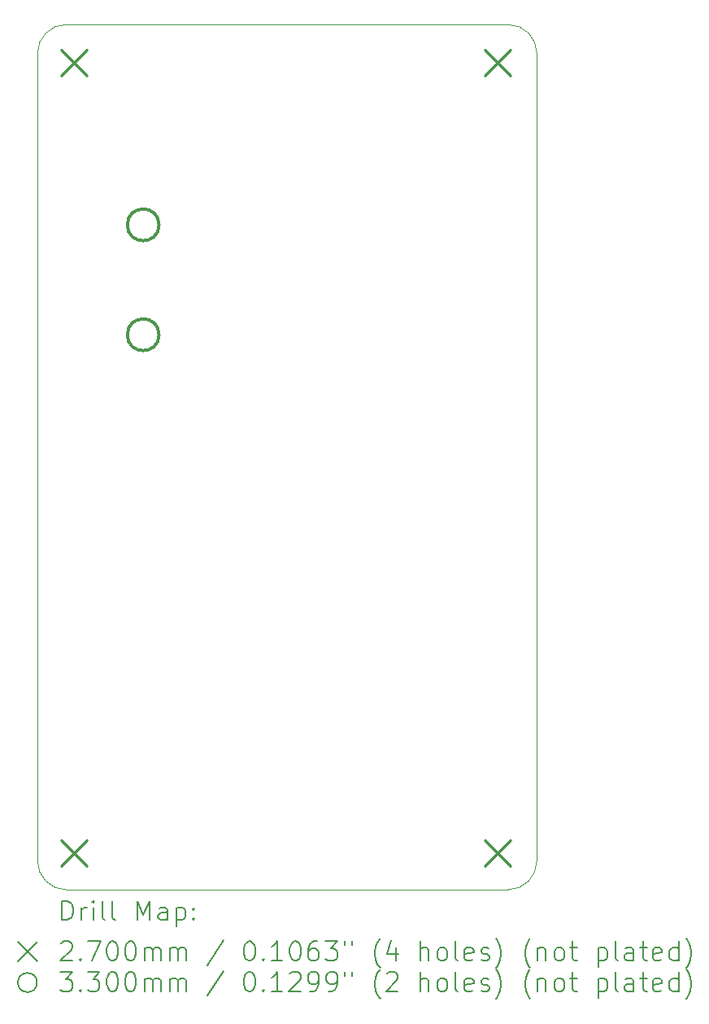
<source format=gbr>
%TF.GenerationSoftware,KiCad,Pcbnew,8.0.1-8.0.1-1~ubuntu22.04.1*%
%TF.CreationDate,2024-06-13T00:54:32-07:00*%
%TF.ProjectId,emu_brd,656d755f-6272-4642-9e6b-696361645f70,REV1*%
%TF.SameCoordinates,Original*%
%TF.FileFunction,Drillmap*%
%TF.FilePolarity,Positive*%
%FSLAX45Y45*%
G04 Gerber Fmt 4.5, Leading zero omitted, Abs format (unit mm)*
G04 Created by KiCad (PCBNEW 8.0.1-8.0.1-1~ubuntu22.04.1) date 2024-06-13 00:54:32*
%MOMM*%
%LPD*%
G01*
G04 APERTURE LIST*
%ADD10C,0.100000*%
%ADD11C,0.050000*%
%ADD12C,0.200000*%
%ADD13C,0.270000*%
%ADD14C,0.330000*%
G04 APERTURE END LIST*
D10*
X11839000Y-12100000D02*
X7239000Y-12100000D01*
X6939000Y-11800000D02*
X6939000Y-3400000D01*
D11*
X12139000Y-9028000D02*
X12139000Y-3400000D01*
D10*
X12139000Y-11800000D02*
G75*
G02*
X11839000Y-12100000I-300000J0D01*
G01*
D11*
X7239000Y-3100000D02*
X11839000Y-3100000D01*
D10*
X6939000Y-3400000D02*
G75*
G02*
X7239000Y-3100000I300000J0D01*
G01*
X7239000Y-12100000D02*
G75*
G02*
X6939000Y-11800000I0J300000D01*
G01*
X12139000Y-9028000D02*
X12139000Y-11800000D01*
X11839000Y-3100000D02*
G75*
G02*
X12139000Y-3400000I0J-300000D01*
G01*
D12*
D13*
X7184000Y-3365000D02*
X7454000Y-3635000D01*
X7454000Y-3365000D02*
X7184000Y-3635000D01*
X7184000Y-11583000D02*
X7454000Y-11853000D01*
X7454000Y-11583000D02*
X7184000Y-11853000D01*
X11594000Y-3365000D02*
X11864000Y-3635000D01*
X11864000Y-3365000D02*
X11594000Y-3635000D01*
X11594000Y-11583000D02*
X11864000Y-11853000D01*
X11864000Y-11583000D02*
X11594000Y-11853000D01*
D14*
X8204000Y-5184000D02*
G75*
G02*
X7874000Y-5184000I-165000J0D01*
G01*
X7874000Y-5184000D02*
G75*
G02*
X8204000Y-5184000I165000J0D01*
G01*
X8204000Y-6327000D02*
G75*
G02*
X7874000Y-6327000I-165000J0D01*
G01*
X7874000Y-6327000D02*
G75*
G02*
X8204000Y-6327000I165000J0D01*
G01*
D12*
X7194777Y-12416484D02*
X7194777Y-12216484D01*
X7194777Y-12216484D02*
X7242396Y-12216484D01*
X7242396Y-12216484D02*
X7270967Y-12226008D01*
X7270967Y-12226008D02*
X7290015Y-12245055D01*
X7290015Y-12245055D02*
X7299539Y-12264103D01*
X7299539Y-12264103D02*
X7309062Y-12302198D01*
X7309062Y-12302198D02*
X7309062Y-12330769D01*
X7309062Y-12330769D02*
X7299539Y-12368865D01*
X7299539Y-12368865D02*
X7290015Y-12387912D01*
X7290015Y-12387912D02*
X7270967Y-12406960D01*
X7270967Y-12406960D02*
X7242396Y-12416484D01*
X7242396Y-12416484D02*
X7194777Y-12416484D01*
X7394777Y-12416484D02*
X7394777Y-12283150D01*
X7394777Y-12321246D02*
X7404301Y-12302198D01*
X7404301Y-12302198D02*
X7413824Y-12292674D01*
X7413824Y-12292674D02*
X7432872Y-12283150D01*
X7432872Y-12283150D02*
X7451920Y-12283150D01*
X7518586Y-12416484D02*
X7518586Y-12283150D01*
X7518586Y-12216484D02*
X7509062Y-12226008D01*
X7509062Y-12226008D02*
X7518586Y-12235531D01*
X7518586Y-12235531D02*
X7528110Y-12226008D01*
X7528110Y-12226008D02*
X7518586Y-12216484D01*
X7518586Y-12216484D02*
X7518586Y-12235531D01*
X7642396Y-12416484D02*
X7623348Y-12406960D01*
X7623348Y-12406960D02*
X7613824Y-12387912D01*
X7613824Y-12387912D02*
X7613824Y-12216484D01*
X7747158Y-12416484D02*
X7728110Y-12406960D01*
X7728110Y-12406960D02*
X7718586Y-12387912D01*
X7718586Y-12387912D02*
X7718586Y-12216484D01*
X7975729Y-12416484D02*
X7975729Y-12216484D01*
X7975729Y-12216484D02*
X8042396Y-12359341D01*
X8042396Y-12359341D02*
X8109062Y-12216484D01*
X8109062Y-12216484D02*
X8109062Y-12416484D01*
X8290015Y-12416484D02*
X8290015Y-12311722D01*
X8290015Y-12311722D02*
X8280491Y-12292674D01*
X8280491Y-12292674D02*
X8261443Y-12283150D01*
X8261443Y-12283150D02*
X8223348Y-12283150D01*
X8223348Y-12283150D02*
X8204301Y-12292674D01*
X8290015Y-12406960D02*
X8270967Y-12416484D01*
X8270967Y-12416484D02*
X8223348Y-12416484D01*
X8223348Y-12416484D02*
X8204301Y-12406960D01*
X8204301Y-12406960D02*
X8194777Y-12387912D01*
X8194777Y-12387912D02*
X8194777Y-12368865D01*
X8194777Y-12368865D02*
X8204301Y-12349817D01*
X8204301Y-12349817D02*
X8223348Y-12340293D01*
X8223348Y-12340293D02*
X8270967Y-12340293D01*
X8270967Y-12340293D02*
X8290015Y-12330769D01*
X8385253Y-12283150D02*
X8385253Y-12483150D01*
X8385253Y-12292674D02*
X8404301Y-12283150D01*
X8404301Y-12283150D02*
X8442396Y-12283150D01*
X8442396Y-12283150D02*
X8461444Y-12292674D01*
X8461444Y-12292674D02*
X8470967Y-12302198D01*
X8470967Y-12302198D02*
X8480491Y-12321246D01*
X8480491Y-12321246D02*
X8480491Y-12378388D01*
X8480491Y-12378388D02*
X8470967Y-12397436D01*
X8470967Y-12397436D02*
X8461444Y-12406960D01*
X8461444Y-12406960D02*
X8442396Y-12416484D01*
X8442396Y-12416484D02*
X8404301Y-12416484D01*
X8404301Y-12416484D02*
X8385253Y-12406960D01*
X8566205Y-12397436D02*
X8575729Y-12406960D01*
X8575729Y-12406960D02*
X8566205Y-12416484D01*
X8566205Y-12416484D02*
X8556682Y-12406960D01*
X8556682Y-12406960D02*
X8566205Y-12397436D01*
X8566205Y-12397436D02*
X8566205Y-12416484D01*
X8566205Y-12292674D02*
X8575729Y-12302198D01*
X8575729Y-12302198D02*
X8566205Y-12311722D01*
X8566205Y-12311722D02*
X8556682Y-12302198D01*
X8556682Y-12302198D02*
X8566205Y-12292674D01*
X8566205Y-12292674D02*
X8566205Y-12311722D01*
X6734000Y-12645000D02*
X6934000Y-12845000D01*
X6934000Y-12645000D02*
X6734000Y-12845000D01*
X7185253Y-12655531D02*
X7194777Y-12646008D01*
X7194777Y-12646008D02*
X7213824Y-12636484D01*
X7213824Y-12636484D02*
X7261443Y-12636484D01*
X7261443Y-12636484D02*
X7280491Y-12646008D01*
X7280491Y-12646008D02*
X7290015Y-12655531D01*
X7290015Y-12655531D02*
X7299539Y-12674579D01*
X7299539Y-12674579D02*
X7299539Y-12693627D01*
X7299539Y-12693627D02*
X7290015Y-12722198D01*
X7290015Y-12722198D02*
X7175729Y-12836484D01*
X7175729Y-12836484D02*
X7299539Y-12836484D01*
X7385253Y-12817436D02*
X7394777Y-12826960D01*
X7394777Y-12826960D02*
X7385253Y-12836484D01*
X7385253Y-12836484D02*
X7375729Y-12826960D01*
X7375729Y-12826960D02*
X7385253Y-12817436D01*
X7385253Y-12817436D02*
X7385253Y-12836484D01*
X7461443Y-12636484D02*
X7594777Y-12636484D01*
X7594777Y-12636484D02*
X7509062Y-12836484D01*
X7709062Y-12636484D02*
X7728110Y-12636484D01*
X7728110Y-12636484D02*
X7747158Y-12646008D01*
X7747158Y-12646008D02*
X7756682Y-12655531D01*
X7756682Y-12655531D02*
X7766205Y-12674579D01*
X7766205Y-12674579D02*
X7775729Y-12712674D01*
X7775729Y-12712674D02*
X7775729Y-12760293D01*
X7775729Y-12760293D02*
X7766205Y-12798388D01*
X7766205Y-12798388D02*
X7756682Y-12817436D01*
X7756682Y-12817436D02*
X7747158Y-12826960D01*
X7747158Y-12826960D02*
X7728110Y-12836484D01*
X7728110Y-12836484D02*
X7709062Y-12836484D01*
X7709062Y-12836484D02*
X7690015Y-12826960D01*
X7690015Y-12826960D02*
X7680491Y-12817436D01*
X7680491Y-12817436D02*
X7670967Y-12798388D01*
X7670967Y-12798388D02*
X7661443Y-12760293D01*
X7661443Y-12760293D02*
X7661443Y-12712674D01*
X7661443Y-12712674D02*
X7670967Y-12674579D01*
X7670967Y-12674579D02*
X7680491Y-12655531D01*
X7680491Y-12655531D02*
X7690015Y-12646008D01*
X7690015Y-12646008D02*
X7709062Y-12636484D01*
X7899539Y-12636484D02*
X7918586Y-12636484D01*
X7918586Y-12636484D02*
X7937634Y-12646008D01*
X7937634Y-12646008D02*
X7947158Y-12655531D01*
X7947158Y-12655531D02*
X7956682Y-12674579D01*
X7956682Y-12674579D02*
X7966205Y-12712674D01*
X7966205Y-12712674D02*
X7966205Y-12760293D01*
X7966205Y-12760293D02*
X7956682Y-12798388D01*
X7956682Y-12798388D02*
X7947158Y-12817436D01*
X7947158Y-12817436D02*
X7937634Y-12826960D01*
X7937634Y-12826960D02*
X7918586Y-12836484D01*
X7918586Y-12836484D02*
X7899539Y-12836484D01*
X7899539Y-12836484D02*
X7880491Y-12826960D01*
X7880491Y-12826960D02*
X7870967Y-12817436D01*
X7870967Y-12817436D02*
X7861443Y-12798388D01*
X7861443Y-12798388D02*
X7851920Y-12760293D01*
X7851920Y-12760293D02*
X7851920Y-12712674D01*
X7851920Y-12712674D02*
X7861443Y-12674579D01*
X7861443Y-12674579D02*
X7870967Y-12655531D01*
X7870967Y-12655531D02*
X7880491Y-12646008D01*
X7880491Y-12646008D02*
X7899539Y-12636484D01*
X8051920Y-12836484D02*
X8051920Y-12703150D01*
X8051920Y-12722198D02*
X8061443Y-12712674D01*
X8061443Y-12712674D02*
X8080491Y-12703150D01*
X8080491Y-12703150D02*
X8109063Y-12703150D01*
X8109063Y-12703150D02*
X8128110Y-12712674D01*
X8128110Y-12712674D02*
X8137634Y-12731722D01*
X8137634Y-12731722D02*
X8137634Y-12836484D01*
X8137634Y-12731722D02*
X8147158Y-12712674D01*
X8147158Y-12712674D02*
X8166205Y-12703150D01*
X8166205Y-12703150D02*
X8194777Y-12703150D01*
X8194777Y-12703150D02*
X8213824Y-12712674D01*
X8213824Y-12712674D02*
X8223348Y-12731722D01*
X8223348Y-12731722D02*
X8223348Y-12836484D01*
X8318586Y-12836484D02*
X8318586Y-12703150D01*
X8318586Y-12722198D02*
X8328110Y-12712674D01*
X8328110Y-12712674D02*
X8347158Y-12703150D01*
X8347158Y-12703150D02*
X8375729Y-12703150D01*
X8375729Y-12703150D02*
X8394777Y-12712674D01*
X8394777Y-12712674D02*
X8404301Y-12731722D01*
X8404301Y-12731722D02*
X8404301Y-12836484D01*
X8404301Y-12731722D02*
X8413825Y-12712674D01*
X8413825Y-12712674D02*
X8432872Y-12703150D01*
X8432872Y-12703150D02*
X8461444Y-12703150D01*
X8461444Y-12703150D02*
X8480491Y-12712674D01*
X8480491Y-12712674D02*
X8490015Y-12731722D01*
X8490015Y-12731722D02*
X8490015Y-12836484D01*
X8880491Y-12626960D02*
X8709063Y-12884103D01*
X9137634Y-12636484D02*
X9156682Y-12636484D01*
X9156682Y-12636484D02*
X9175729Y-12646008D01*
X9175729Y-12646008D02*
X9185253Y-12655531D01*
X9185253Y-12655531D02*
X9194777Y-12674579D01*
X9194777Y-12674579D02*
X9204301Y-12712674D01*
X9204301Y-12712674D02*
X9204301Y-12760293D01*
X9204301Y-12760293D02*
X9194777Y-12798388D01*
X9194777Y-12798388D02*
X9185253Y-12817436D01*
X9185253Y-12817436D02*
X9175729Y-12826960D01*
X9175729Y-12826960D02*
X9156682Y-12836484D01*
X9156682Y-12836484D02*
X9137634Y-12836484D01*
X9137634Y-12836484D02*
X9118587Y-12826960D01*
X9118587Y-12826960D02*
X9109063Y-12817436D01*
X9109063Y-12817436D02*
X9099539Y-12798388D01*
X9099539Y-12798388D02*
X9090015Y-12760293D01*
X9090015Y-12760293D02*
X9090015Y-12712674D01*
X9090015Y-12712674D02*
X9099539Y-12674579D01*
X9099539Y-12674579D02*
X9109063Y-12655531D01*
X9109063Y-12655531D02*
X9118587Y-12646008D01*
X9118587Y-12646008D02*
X9137634Y-12636484D01*
X9290015Y-12817436D02*
X9299539Y-12826960D01*
X9299539Y-12826960D02*
X9290015Y-12836484D01*
X9290015Y-12836484D02*
X9280491Y-12826960D01*
X9280491Y-12826960D02*
X9290015Y-12817436D01*
X9290015Y-12817436D02*
X9290015Y-12836484D01*
X9490015Y-12836484D02*
X9375729Y-12836484D01*
X9432872Y-12836484D02*
X9432872Y-12636484D01*
X9432872Y-12636484D02*
X9413825Y-12665055D01*
X9413825Y-12665055D02*
X9394777Y-12684103D01*
X9394777Y-12684103D02*
X9375729Y-12693627D01*
X9613825Y-12636484D02*
X9632872Y-12636484D01*
X9632872Y-12636484D02*
X9651920Y-12646008D01*
X9651920Y-12646008D02*
X9661444Y-12655531D01*
X9661444Y-12655531D02*
X9670968Y-12674579D01*
X9670968Y-12674579D02*
X9680491Y-12712674D01*
X9680491Y-12712674D02*
X9680491Y-12760293D01*
X9680491Y-12760293D02*
X9670968Y-12798388D01*
X9670968Y-12798388D02*
X9661444Y-12817436D01*
X9661444Y-12817436D02*
X9651920Y-12826960D01*
X9651920Y-12826960D02*
X9632872Y-12836484D01*
X9632872Y-12836484D02*
X9613825Y-12836484D01*
X9613825Y-12836484D02*
X9594777Y-12826960D01*
X9594777Y-12826960D02*
X9585253Y-12817436D01*
X9585253Y-12817436D02*
X9575729Y-12798388D01*
X9575729Y-12798388D02*
X9566206Y-12760293D01*
X9566206Y-12760293D02*
X9566206Y-12712674D01*
X9566206Y-12712674D02*
X9575729Y-12674579D01*
X9575729Y-12674579D02*
X9585253Y-12655531D01*
X9585253Y-12655531D02*
X9594777Y-12646008D01*
X9594777Y-12646008D02*
X9613825Y-12636484D01*
X9851920Y-12636484D02*
X9813825Y-12636484D01*
X9813825Y-12636484D02*
X9794777Y-12646008D01*
X9794777Y-12646008D02*
X9785253Y-12655531D01*
X9785253Y-12655531D02*
X9766206Y-12684103D01*
X9766206Y-12684103D02*
X9756682Y-12722198D01*
X9756682Y-12722198D02*
X9756682Y-12798388D01*
X9756682Y-12798388D02*
X9766206Y-12817436D01*
X9766206Y-12817436D02*
X9775729Y-12826960D01*
X9775729Y-12826960D02*
X9794777Y-12836484D01*
X9794777Y-12836484D02*
X9832872Y-12836484D01*
X9832872Y-12836484D02*
X9851920Y-12826960D01*
X9851920Y-12826960D02*
X9861444Y-12817436D01*
X9861444Y-12817436D02*
X9870968Y-12798388D01*
X9870968Y-12798388D02*
X9870968Y-12750769D01*
X9870968Y-12750769D02*
X9861444Y-12731722D01*
X9861444Y-12731722D02*
X9851920Y-12722198D01*
X9851920Y-12722198D02*
X9832872Y-12712674D01*
X9832872Y-12712674D02*
X9794777Y-12712674D01*
X9794777Y-12712674D02*
X9775729Y-12722198D01*
X9775729Y-12722198D02*
X9766206Y-12731722D01*
X9766206Y-12731722D02*
X9756682Y-12750769D01*
X9937634Y-12636484D02*
X10061444Y-12636484D01*
X10061444Y-12636484D02*
X9994777Y-12712674D01*
X9994777Y-12712674D02*
X10023349Y-12712674D01*
X10023349Y-12712674D02*
X10042396Y-12722198D01*
X10042396Y-12722198D02*
X10051920Y-12731722D01*
X10051920Y-12731722D02*
X10061444Y-12750769D01*
X10061444Y-12750769D02*
X10061444Y-12798388D01*
X10061444Y-12798388D02*
X10051920Y-12817436D01*
X10051920Y-12817436D02*
X10042396Y-12826960D01*
X10042396Y-12826960D02*
X10023349Y-12836484D01*
X10023349Y-12836484D02*
X9966206Y-12836484D01*
X9966206Y-12836484D02*
X9947158Y-12826960D01*
X9947158Y-12826960D02*
X9937634Y-12817436D01*
X10137634Y-12636484D02*
X10137634Y-12674579D01*
X10213825Y-12636484D02*
X10213825Y-12674579D01*
X10509063Y-12912674D02*
X10499539Y-12903150D01*
X10499539Y-12903150D02*
X10480491Y-12874579D01*
X10480491Y-12874579D02*
X10470968Y-12855531D01*
X10470968Y-12855531D02*
X10461444Y-12826960D01*
X10461444Y-12826960D02*
X10451920Y-12779341D01*
X10451920Y-12779341D02*
X10451920Y-12741246D01*
X10451920Y-12741246D02*
X10461444Y-12693627D01*
X10461444Y-12693627D02*
X10470968Y-12665055D01*
X10470968Y-12665055D02*
X10480491Y-12646008D01*
X10480491Y-12646008D02*
X10499539Y-12617436D01*
X10499539Y-12617436D02*
X10509063Y-12607912D01*
X10670968Y-12703150D02*
X10670968Y-12836484D01*
X10623349Y-12626960D02*
X10575730Y-12769817D01*
X10575730Y-12769817D02*
X10699539Y-12769817D01*
X10928111Y-12836484D02*
X10928111Y-12636484D01*
X11013825Y-12836484D02*
X11013825Y-12731722D01*
X11013825Y-12731722D02*
X11004301Y-12712674D01*
X11004301Y-12712674D02*
X10985253Y-12703150D01*
X10985253Y-12703150D02*
X10956682Y-12703150D01*
X10956682Y-12703150D02*
X10937634Y-12712674D01*
X10937634Y-12712674D02*
X10928111Y-12722198D01*
X11137634Y-12836484D02*
X11118587Y-12826960D01*
X11118587Y-12826960D02*
X11109063Y-12817436D01*
X11109063Y-12817436D02*
X11099539Y-12798388D01*
X11099539Y-12798388D02*
X11099539Y-12741246D01*
X11099539Y-12741246D02*
X11109063Y-12722198D01*
X11109063Y-12722198D02*
X11118587Y-12712674D01*
X11118587Y-12712674D02*
X11137634Y-12703150D01*
X11137634Y-12703150D02*
X11166206Y-12703150D01*
X11166206Y-12703150D02*
X11185253Y-12712674D01*
X11185253Y-12712674D02*
X11194777Y-12722198D01*
X11194777Y-12722198D02*
X11204301Y-12741246D01*
X11204301Y-12741246D02*
X11204301Y-12798388D01*
X11204301Y-12798388D02*
X11194777Y-12817436D01*
X11194777Y-12817436D02*
X11185253Y-12826960D01*
X11185253Y-12826960D02*
X11166206Y-12836484D01*
X11166206Y-12836484D02*
X11137634Y-12836484D01*
X11318587Y-12836484D02*
X11299539Y-12826960D01*
X11299539Y-12826960D02*
X11290015Y-12807912D01*
X11290015Y-12807912D02*
X11290015Y-12636484D01*
X11470968Y-12826960D02*
X11451920Y-12836484D01*
X11451920Y-12836484D02*
X11413825Y-12836484D01*
X11413825Y-12836484D02*
X11394777Y-12826960D01*
X11394777Y-12826960D02*
X11385253Y-12807912D01*
X11385253Y-12807912D02*
X11385253Y-12731722D01*
X11385253Y-12731722D02*
X11394777Y-12712674D01*
X11394777Y-12712674D02*
X11413825Y-12703150D01*
X11413825Y-12703150D02*
X11451920Y-12703150D01*
X11451920Y-12703150D02*
X11470968Y-12712674D01*
X11470968Y-12712674D02*
X11480491Y-12731722D01*
X11480491Y-12731722D02*
X11480491Y-12750769D01*
X11480491Y-12750769D02*
X11385253Y-12769817D01*
X11556682Y-12826960D02*
X11575730Y-12836484D01*
X11575730Y-12836484D02*
X11613825Y-12836484D01*
X11613825Y-12836484D02*
X11632872Y-12826960D01*
X11632872Y-12826960D02*
X11642396Y-12807912D01*
X11642396Y-12807912D02*
X11642396Y-12798388D01*
X11642396Y-12798388D02*
X11632872Y-12779341D01*
X11632872Y-12779341D02*
X11613825Y-12769817D01*
X11613825Y-12769817D02*
X11585253Y-12769817D01*
X11585253Y-12769817D02*
X11566206Y-12760293D01*
X11566206Y-12760293D02*
X11556682Y-12741246D01*
X11556682Y-12741246D02*
X11556682Y-12731722D01*
X11556682Y-12731722D02*
X11566206Y-12712674D01*
X11566206Y-12712674D02*
X11585253Y-12703150D01*
X11585253Y-12703150D02*
X11613825Y-12703150D01*
X11613825Y-12703150D02*
X11632872Y-12712674D01*
X11709063Y-12912674D02*
X11718587Y-12903150D01*
X11718587Y-12903150D02*
X11737634Y-12874579D01*
X11737634Y-12874579D02*
X11747158Y-12855531D01*
X11747158Y-12855531D02*
X11756682Y-12826960D01*
X11756682Y-12826960D02*
X11766206Y-12779341D01*
X11766206Y-12779341D02*
X11766206Y-12741246D01*
X11766206Y-12741246D02*
X11756682Y-12693627D01*
X11756682Y-12693627D02*
X11747158Y-12665055D01*
X11747158Y-12665055D02*
X11737634Y-12646008D01*
X11737634Y-12646008D02*
X11718587Y-12617436D01*
X11718587Y-12617436D02*
X11709063Y-12607912D01*
X12070968Y-12912674D02*
X12061444Y-12903150D01*
X12061444Y-12903150D02*
X12042396Y-12874579D01*
X12042396Y-12874579D02*
X12032872Y-12855531D01*
X12032872Y-12855531D02*
X12023349Y-12826960D01*
X12023349Y-12826960D02*
X12013825Y-12779341D01*
X12013825Y-12779341D02*
X12013825Y-12741246D01*
X12013825Y-12741246D02*
X12023349Y-12693627D01*
X12023349Y-12693627D02*
X12032872Y-12665055D01*
X12032872Y-12665055D02*
X12042396Y-12646008D01*
X12042396Y-12646008D02*
X12061444Y-12617436D01*
X12061444Y-12617436D02*
X12070968Y-12607912D01*
X12147158Y-12703150D02*
X12147158Y-12836484D01*
X12147158Y-12722198D02*
X12156682Y-12712674D01*
X12156682Y-12712674D02*
X12175730Y-12703150D01*
X12175730Y-12703150D02*
X12204301Y-12703150D01*
X12204301Y-12703150D02*
X12223349Y-12712674D01*
X12223349Y-12712674D02*
X12232872Y-12731722D01*
X12232872Y-12731722D02*
X12232872Y-12836484D01*
X12356682Y-12836484D02*
X12337634Y-12826960D01*
X12337634Y-12826960D02*
X12328111Y-12817436D01*
X12328111Y-12817436D02*
X12318587Y-12798388D01*
X12318587Y-12798388D02*
X12318587Y-12741246D01*
X12318587Y-12741246D02*
X12328111Y-12722198D01*
X12328111Y-12722198D02*
X12337634Y-12712674D01*
X12337634Y-12712674D02*
X12356682Y-12703150D01*
X12356682Y-12703150D02*
X12385253Y-12703150D01*
X12385253Y-12703150D02*
X12404301Y-12712674D01*
X12404301Y-12712674D02*
X12413825Y-12722198D01*
X12413825Y-12722198D02*
X12423349Y-12741246D01*
X12423349Y-12741246D02*
X12423349Y-12798388D01*
X12423349Y-12798388D02*
X12413825Y-12817436D01*
X12413825Y-12817436D02*
X12404301Y-12826960D01*
X12404301Y-12826960D02*
X12385253Y-12836484D01*
X12385253Y-12836484D02*
X12356682Y-12836484D01*
X12480492Y-12703150D02*
X12556682Y-12703150D01*
X12509063Y-12636484D02*
X12509063Y-12807912D01*
X12509063Y-12807912D02*
X12518587Y-12826960D01*
X12518587Y-12826960D02*
X12537634Y-12836484D01*
X12537634Y-12836484D02*
X12556682Y-12836484D01*
X12775730Y-12703150D02*
X12775730Y-12903150D01*
X12775730Y-12712674D02*
X12794777Y-12703150D01*
X12794777Y-12703150D02*
X12832873Y-12703150D01*
X12832873Y-12703150D02*
X12851920Y-12712674D01*
X12851920Y-12712674D02*
X12861444Y-12722198D01*
X12861444Y-12722198D02*
X12870968Y-12741246D01*
X12870968Y-12741246D02*
X12870968Y-12798388D01*
X12870968Y-12798388D02*
X12861444Y-12817436D01*
X12861444Y-12817436D02*
X12851920Y-12826960D01*
X12851920Y-12826960D02*
X12832873Y-12836484D01*
X12832873Y-12836484D02*
X12794777Y-12836484D01*
X12794777Y-12836484D02*
X12775730Y-12826960D01*
X12985253Y-12836484D02*
X12966206Y-12826960D01*
X12966206Y-12826960D02*
X12956682Y-12807912D01*
X12956682Y-12807912D02*
X12956682Y-12636484D01*
X13147158Y-12836484D02*
X13147158Y-12731722D01*
X13147158Y-12731722D02*
X13137634Y-12712674D01*
X13137634Y-12712674D02*
X13118587Y-12703150D01*
X13118587Y-12703150D02*
X13080492Y-12703150D01*
X13080492Y-12703150D02*
X13061444Y-12712674D01*
X13147158Y-12826960D02*
X13128111Y-12836484D01*
X13128111Y-12836484D02*
X13080492Y-12836484D01*
X13080492Y-12836484D02*
X13061444Y-12826960D01*
X13061444Y-12826960D02*
X13051920Y-12807912D01*
X13051920Y-12807912D02*
X13051920Y-12788865D01*
X13051920Y-12788865D02*
X13061444Y-12769817D01*
X13061444Y-12769817D02*
X13080492Y-12760293D01*
X13080492Y-12760293D02*
X13128111Y-12760293D01*
X13128111Y-12760293D02*
X13147158Y-12750769D01*
X13213825Y-12703150D02*
X13290015Y-12703150D01*
X13242396Y-12636484D02*
X13242396Y-12807912D01*
X13242396Y-12807912D02*
X13251920Y-12826960D01*
X13251920Y-12826960D02*
X13270968Y-12836484D01*
X13270968Y-12836484D02*
X13290015Y-12836484D01*
X13432873Y-12826960D02*
X13413825Y-12836484D01*
X13413825Y-12836484D02*
X13375730Y-12836484D01*
X13375730Y-12836484D02*
X13356682Y-12826960D01*
X13356682Y-12826960D02*
X13347158Y-12807912D01*
X13347158Y-12807912D02*
X13347158Y-12731722D01*
X13347158Y-12731722D02*
X13356682Y-12712674D01*
X13356682Y-12712674D02*
X13375730Y-12703150D01*
X13375730Y-12703150D02*
X13413825Y-12703150D01*
X13413825Y-12703150D02*
X13432873Y-12712674D01*
X13432873Y-12712674D02*
X13442396Y-12731722D01*
X13442396Y-12731722D02*
X13442396Y-12750769D01*
X13442396Y-12750769D02*
X13347158Y-12769817D01*
X13613825Y-12836484D02*
X13613825Y-12636484D01*
X13613825Y-12826960D02*
X13594777Y-12836484D01*
X13594777Y-12836484D02*
X13556682Y-12836484D01*
X13556682Y-12836484D02*
X13537634Y-12826960D01*
X13537634Y-12826960D02*
X13528111Y-12817436D01*
X13528111Y-12817436D02*
X13518587Y-12798388D01*
X13518587Y-12798388D02*
X13518587Y-12741246D01*
X13518587Y-12741246D02*
X13528111Y-12722198D01*
X13528111Y-12722198D02*
X13537634Y-12712674D01*
X13537634Y-12712674D02*
X13556682Y-12703150D01*
X13556682Y-12703150D02*
X13594777Y-12703150D01*
X13594777Y-12703150D02*
X13613825Y-12712674D01*
X13690015Y-12912674D02*
X13699539Y-12903150D01*
X13699539Y-12903150D02*
X13718587Y-12874579D01*
X13718587Y-12874579D02*
X13728111Y-12855531D01*
X13728111Y-12855531D02*
X13737634Y-12826960D01*
X13737634Y-12826960D02*
X13747158Y-12779341D01*
X13747158Y-12779341D02*
X13747158Y-12741246D01*
X13747158Y-12741246D02*
X13737634Y-12693627D01*
X13737634Y-12693627D02*
X13728111Y-12665055D01*
X13728111Y-12665055D02*
X13718587Y-12646008D01*
X13718587Y-12646008D02*
X13699539Y-12617436D01*
X13699539Y-12617436D02*
X13690015Y-12607912D01*
X6934000Y-13065000D02*
G75*
G02*
X6734000Y-13065000I-100000J0D01*
G01*
X6734000Y-13065000D02*
G75*
G02*
X6934000Y-13065000I100000J0D01*
G01*
X7175729Y-12956484D02*
X7299539Y-12956484D01*
X7299539Y-12956484D02*
X7232872Y-13032674D01*
X7232872Y-13032674D02*
X7261443Y-13032674D01*
X7261443Y-13032674D02*
X7280491Y-13042198D01*
X7280491Y-13042198D02*
X7290015Y-13051722D01*
X7290015Y-13051722D02*
X7299539Y-13070769D01*
X7299539Y-13070769D02*
X7299539Y-13118388D01*
X7299539Y-13118388D02*
X7290015Y-13137436D01*
X7290015Y-13137436D02*
X7280491Y-13146960D01*
X7280491Y-13146960D02*
X7261443Y-13156484D01*
X7261443Y-13156484D02*
X7204301Y-13156484D01*
X7204301Y-13156484D02*
X7185253Y-13146960D01*
X7185253Y-13146960D02*
X7175729Y-13137436D01*
X7385253Y-13137436D02*
X7394777Y-13146960D01*
X7394777Y-13146960D02*
X7385253Y-13156484D01*
X7385253Y-13156484D02*
X7375729Y-13146960D01*
X7375729Y-13146960D02*
X7385253Y-13137436D01*
X7385253Y-13137436D02*
X7385253Y-13156484D01*
X7461443Y-12956484D02*
X7585253Y-12956484D01*
X7585253Y-12956484D02*
X7518586Y-13032674D01*
X7518586Y-13032674D02*
X7547158Y-13032674D01*
X7547158Y-13032674D02*
X7566205Y-13042198D01*
X7566205Y-13042198D02*
X7575729Y-13051722D01*
X7575729Y-13051722D02*
X7585253Y-13070769D01*
X7585253Y-13070769D02*
X7585253Y-13118388D01*
X7585253Y-13118388D02*
X7575729Y-13137436D01*
X7575729Y-13137436D02*
X7566205Y-13146960D01*
X7566205Y-13146960D02*
X7547158Y-13156484D01*
X7547158Y-13156484D02*
X7490015Y-13156484D01*
X7490015Y-13156484D02*
X7470967Y-13146960D01*
X7470967Y-13146960D02*
X7461443Y-13137436D01*
X7709062Y-12956484D02*
X7728110Y-12956484D01*
X7728110Y-12956484D02*
X7747158Y-12966008D01*
X7747158Y-12966008D02*
X7756682Y-12975531D01*
X7756682Y-12975531D02*
X7766205Y-12994579D01*
X7766205Y-12994579D02*
X7775729Y-13032674D01*
X7775729Y-13032674D02*
X7775729Y-13080293D01*
X7775729Y-13080293D02*
X7766205Y-13118388D01*
X7766205Y-13118388D02*
X7756682Y-13137436D01*
X7756682Y-13137436D02*
X7747158Y-13146960D01*
X7747158Y-13146960D02*
X7728110Y-13156484D01*
X7728110Y-13156484D02*
X7709062Y-13156484D01*
X7709062Y-13156484D02*
X7690015Y-13146960D01*
X7690015Y-13146960D02*
X7680491Y-13137436D01*
X7680491Y-13137436D02*
X7670967Y-13118388D01*
X7670967Y-13118388D02*
X7661443Y-13080293D01*
X7661443Y-13080293D02*
X7661443Y-13032674D01*
X7661443Y-13032674D02*
X7670967Y-12994579D01*
X7670967Y-12994579D02*
X7680491Y-12975531D01*
X7680491Y-12975531D02*
X7690015Y-12966008D01*
X7690015Y-12966008D02*
X7709062Y-12956484D01*
X7899539Y-12956484D02*
X7918586Y-12956484D01*
X7918586Y-12956484D02*
X7937634Y-12966008D01*
X7937634Y-12966008D02*
X7947158Y-12975531D01*
X7947158Y-12975531D02*
X7956682Y-12994579D01*
X7956682Y-12994579D02*
X7966205Y-13032674D01*
X7966205Y-13032674D02*
X7966205Y-13080293D01*
X7966205Y-13080293D02*
X7956682Y-13118388D01*
X7956682Y-13118388D02*
X7947158Y-13137436D01*
X7947158Y-13137436D02*
X7937634Y-13146960D01*
X7937634Y-13146960D02*
X7918586Y-13156484D01*
X7918586Y-13156484D02*
X7899539Y-13156484D01*
X7899539Y-13156484D02*
X7880491Y-13146960D01*
X7880491Y-13146960D02*
X7870967Y-13137436D01*
X7870967Y-13137436D02*
X7861443Y-13118388D01*
X7861443Y-13118388D02*
X7851920Y-13080293D01*
X7851920Y-13080293D02*
X7851920Y-13032674D01*
X7851920Y-13032674D02*
X7861443Y-12994579D01*
X7861443Y-12994579D02*
X7870967Y-12975531D01*
X7870967Y-12975531D02*
X7880491Y-12966008D01*
X7880491Y-12966008D02*
X7899539Y-12956484D01*
X8051920Y-13156484D02*
X8051920Y-13023150D01*
X8051920Y-13042198D02*
X8061443Y-13032674D01*
X8061443Y-13032674D02*
X8080491Y-13023150D01*
X8080491Y-13023150D02*
X8109063Y-13023150D01*
X8109063Y-13023150D02*
X8128110Y-13032674D01*
X8128110Y-13032674D02*
X8137634Y-13051722D01*
X8137634Y-13051722D02*
X8137634Y-13156484D01*
X8137634Y-13051722D02*
X8147158Y-13032674D01*
X8147158Y-13032674D02*
X8166205Y-13023150D01*
X8166205Y-13023150D02*
X8194777Y-13023150D01*
X8194777Y-13023150D02*
X8213824Y-13032674D01*
X8213824Y-13032674D02*
X8223348Y-13051722D01*
X8223348Y-13051722D02*
X8223348Y-13156484D01*
X8318586Y-13156484D02*
X8318586Y-13023150D01*
X8318586Y-13042198D02*
X8328110Y-13032674D01*
X8328110Y-13032674D02*
X8347158Y-13023150D01*
X8347158Y-13023150D02*
X8375729Y-13023150D01*
X8375729Y-13023150D02*
X8394777Y-13032674D01*
X8394777Y-13032674D02*
X8404301Y-13051722D01*
X8404301Y-13051722D02*
X8404301Y-13156484D01*
X8404301Y-13051722D02*
X8413825Y-13032674D01*
X8413825Y-13032674D02*
X8432872Y-13023150D01*
X8432872Y-13023150D02*
X8461444Y-13023150D01*
X8461444Y-13023150D02*
X8480491Y-13032674D01*
X8480491Y-13032674D02*
X8490015Y-13051722D01*
X8490015Y-13051722D02*
X8490015Y-13156484D01*
X8880491Y-12946960D02*
X8709063Y-13204103D01*
X9137634Y-12956484D02*
X9156682Y-12956484D01*
X9156682Y-12956484D02*
X9175729Y-12966008D01*
X9175729Y-12966008D02*
X9185253Y-12975531D01*
X9185253Y-12975531D02*
X9194777Y-12994579D01*
X9194777Y-12994579D02*
X9204301Y-13032674D01*
X9204301Y-13032674D02*
X9204301Y-13080293D01*
X9204301Y-13080293D02*
X9194777Y-13118388D01*
X9194777Y-13118388D02*
X9185253Y-13137436D01*
X9185253Y-13137436D02*
X9175729Y-13146960D01*
X9175729Y-13146960D02*
X9156682Y-13156484D01*
X9156682Y-13156484D02*
X9137634Y-13156484D01*
X9137634Y-13156484D02*
X9118587Y-13146960D01*
X9118587Y-13146960D02*
X9109063Y-13137436D01*
X9109063Y-13137436D02*
X9099539Y-13118388D01*
X9099539Y-13118388D02*
X9090015Y-13080293D01*
X9090015Y-13080293D02*
X9090015Y-13032674D01*
X9090015Y-13032674D02*
X9099539Y-12994579D01*
X9099539Y-12994579D02*
X9109063Y-12975531D01*
X9109063Y-12975531D02*
X9118587Y-12966008D01*
X9118587Y-12966008D02*
X9137634Y-12956484D01*
X9290015Y-13137436D02*
X9299539Y-13146960D01*
X9299539Y-13146960D02*
X9290015Y-13156484D01*
X9290015Y-13156484D02*
X9280491Y-13146960D01*
X9280491Y-13146960D02*
X9290015Y-13137436D01*
X9290015Y-13137436D02*
X9290015Y-13156484D01*
X9490015Y-13156484D02*
X9375729Y-13156484D01*
X9432872Y-13156484D02*
X9432872Y-12956484D01*
X9432872Y-12956484D02*
X9413825Y-12985055D01*
X9413825Y-12985055D02*
X9394777Y-13004103D01*
X9394777Y-13004103D02*
X9375729Y-13013627D01*
X9566206Y-12975531D02*
X9575729Y-12966008D01*
X9575729Y-12966008D02*
X9594777Y-12956484D01*
X9594777Y-12956484D02*
X9642396Y-12956484D01*
X9642396Y-12956484D02*
X9661444Y-12966008D01*
X9661444Y-12966008D02*
X9670968Y-12975531D01*
X9670968Y-12975531D02*
X9680491Y-12994579D01*
X9680491Y-12994579D02*
X9680491Y-13013627D01*
X9680491Y-13013627D02*
X9670968Y-13042198D01*
X9670968Y-13042198D02*
X9556682Y-13156484D01*
X9556682Y-13156484D02*
X9680491Y-13156484D01*
X9775729Y-13156484D02*
X9813825Y-13156484D01*
X9813825Y-13156484D02*
X9832872Y-13146960D01*
X9832872Y-13146960D02*
X9842396Y-13137436D01*
X9842396Y-13137436D02*
X9861444Y-13108865D01*
X9861444Y-13108865D02*
X9870968Y-13070769D01*
X9870968Y-13070769D02*
X9870968Y-12994579D01*
X9870968Y-12994579D02*
X9861444Y-12975531D01*
X9861444Y-12975531D02*
X9851920Y-12966008D01*
X9851920Y-12966008D02*
X9832872Y-12956484D01*
X9832872Y-12956484D02*
X9794777Y-12956484D01*
X9794777Y-12956484D02*
X9775729Y-12966008D01*
X9775729Y-12966008D02*
X9766206Y-12975531D01*
X9766206Y-12975531D02*
X9756682Y-12994579D01*
X9756682Y-12994579D02*
X9756682Y-13042198D01*
X9756682Y-13042198D02*
X9766206Y-13061246D01*
X9766206Y-13061246D02*
X9775729Y-13070769D01*
X9775729Y-13070769D02*
X9794777Y-13080293D01*
X9794777Y-13080293D02*
X9832872Y-13080293D01*
X9832872Y-13080293D02*
X9851920Y-13070769D01*
X9851920Y-13070769D02*
X9861444Y-13061246D01*
X9861444Y-13061246D02*
X9870968Y-13042198D01*
X9966206Y-13156484D02*
X10004301Y-13156484D01*
X10004301Y-13156484D02*
X10023349Y-13146960D01*
X10023349Y-13146960D02*
X10032872Y-13137436D01*
X10032872Y-13137436D02*
X10051920Y-13108865D01*
X10051920Y-13108865D02*
X10061444Y-13070769D01*
X10061444Y-13070769D02*
X10061444Y-12994579D01*
X10061444Y-12994579D02*
X10051920Y-12975531D01*
X10051920Y-12975531D02*
X10042396Y-12966008D01*
X10042396Y-12966008D02*
X10023349Y-12956484D01*
X10023349Y-12956484D02*
X9985253Y-12956484D01*
X9985253Y-12956484D02*
X9966206Y-12966008D01*
X9966206Y-12966008D02*
X9956682Y-12975531D01*
X9956682Y-12975531D02*
X9947158Y-12994579D01*
X9947158Y-12994579D02*
X9947158Y-13042198D01*
X9947158Y-13042198D02*
X9956682Y-13061246D01*
X9956682Y-13061246D02*
X9966206Y-13070769D01*
X9966206Y-13070769D02*
X9985253Y-13080293D01*
X9985253Y-13080293D02*
X10023349Y-13080293D01*
X10023349Y-13080293D02*
X10042396Y-13070769D01*
X10042396Y-13070769D02*
X10051920Y-13061246D01*
X10051920Y-13061246D02*
X10061444Y-13042198D01*
X10137634Y-12956484D02*
X10137634Y-12994579D01*
X10213825Y-12956484D02*
X10213825Y-12994579D01*
X10509063Y-13232674D02*
X10499539Y-13223150D01*
X10499539Y-13223150D02*
X10480491Y-13194579D01*
X10480491Y-13194579D02*
X10470968Y-13175531D01*
X10470968Y-13175531D02*
X10461444Y-13146960D01*
X10461444Y-13146960D02*
X10451920Y-13099341D01*
X10451920Y-13099341D02*
X10451920Y-13061246D01*
X10451920Y-13061246D02*
X10461444Y-13013627D01*
X10461444Y-13013627D02*
X10470968Y-12985055D01*
X10470968Y-12985055D02*
X10480491Y-12966008D01*
X10480491Y-12966008D02*
X10499539Y-12937436D01*
X10499539Y-12937436D02*
X10509063Y-12927912D01*
X10575730Y-12975531D02*
X10585253Y-12966008D01*
X10585253Y-12966008D02*
X10604301Y-12956484D01*
X10604301Y-12956484D02*
X10651920Y-12956484D01*
X10651920Y-12956484D02*
X10670968Y-12966008D01*
X10670968Y-12966008D02*
X10680491Y-12975531D01*
X10680491Y-12975531D02*
X10690015Y-12994579D01*
X10690015Y-12994579D02*
X10690015Y-13013627D01*
X10690015Y-13013627D02*
X10680491Y-13042198D01*
X10680491Y-13042198D02*
X10566206Y-13156484D01*
X10566206Y-13156484D02*
X10690015Y-13156484D01*
X10928111Y-13156484D02*
X10928111Y-12956484D01*
X11013825Y-13156484D02*
X11013825Y-13051722D01*
X11013825Y-13051722D02*
X11004301Y-13032674D01*
X11004301Y-13032674D02*
X10985253Y-13023150D01*
X10985253Y-13023150D02*
X10956682Y-13023150D01*
X10956682Y-13023150D02*
X10937634Y-13032674D01*
X10937634Y-13032674D02*
X10928111Y-13042198D01*
X11137634Y-13156484D02*
X11118587Y-13146960D01*
X11118587Y-13146960D02*
X11109063Y-13137436D01*
X11109063Y-13137436D02*
X11099539Y-13118388D01*
X11099539Y-13118388D02*
X11099539Y-13061246D01*
X11099539Y-13061246D02*
X11109063Y-13042198D01*
X11109063Y-13042198D02*
X11118587Y-13032674D01*
X11118587Y-13032674D02*
X11137634Y-13023150D01*
X11137634Y-13023150D02*
X11166206Y-13023150D01*
X11166206Y-13023150D02*
X11185253Y-13032674D01*
X11185253Y-13032674D02*
X11194777Y-13042198D01*
X11194777Y-13042198D02*
X11204301Y-13061246D01*
X11204301Y-13061246D02*
X11204301Y-13118388D01*
X11204301Y-13118388D02*
X11194777Y-13137436D01*
X11194777Y-13137436D02*
X11185253Y-13146960D01*
X11185253Y-13146960D02*
X11166206Y-13156484D01*
X11166206Y-13156484D02*
X11137634Y-13156484D01*
X11318587Y-13156484D02*
X11299539Y-13146960D01*
X11299539Y-13146960D02*
X11290015Y-13127912D01*
X11290015Y-13127912D02*
X11290015Y-12956484D01*
X11470968Y-13146960D02*
X11451920Y-13156484D01*
X11451920Y-13156484D02*
X11413825Y-13156484D01*
X11413825Y-13156484D02*
X11394777Y-13146960D01*
X11394777Y-13146960D02*
X11385253Y-13127912D01*
X11385253Y-13127912D02*
X11385253Y-13051722D01*
X11385253Y-13051722D02*
X11394777Y-13032674D01*
X11394777Y-13032674D02*
X11413825Y-13023150D01*
X11413825Y-13023150D02*
X11451920Y-13023150D01*
X11451920Y-13023150D02*
X11470968Y-13032674D01*
X11470968Y-13032674D02*
X11480491Y-13051722D01*
X11480491Y-13051722D02*
X11480491Y-13070769D01*
X11480491Y-13070769D02*
X11385253Y-13089817D01*
X11556682Y-13146960D02*
X11575730Y-13156484D01*
X11575730Y-13156484D02*
X11613825Y-13156484D01*
X11613825Y-13156484D02*
X11632872Y-13146960D01*
X11632872Y-13146960D02*
X11642396Y-13127912D01*
X11642396Y-13127912D02*
X11642396Y-13118388D01*
X11642396Y-13118388D02*
X11632872Y-13099341D01*
X11632872Y-13099341D02*
X11613825Y-13089817D01*
X11613825Y-13089817D02*
X11585253Y-13089817D01*
X11585253Y-13089817D02*
X11566206Y-13080293D01*
X11566206Y-13080293D02*
X11556682Y-13061246D01*
X11556682Y-13061246D02*
X11556682Y-13051722D01*
X11556682Y-13051722D02*
X11566206Y-13032674D01*
X11566206Y-13032674D02*
X11585253Y-13023150D01*
X11585253Y-13023150D02*
X11613825Y-13023150D01*
X11613825Y-13023150D02*
X11632872Y-13032674D01*
X11709063Y-13232674D02*
X11718587Y-13223150D01*
X11718587Y-13223150D02*
X11737634Y-13194579D01*
X11737634Y-13194579D02*
X11747158Y-13175531D01*
X11747158Y-13175531D02*
X11756682Y-13146960D01*
X11756682Y-13146960D02*
X11766206Y-13099341D01*
X11766206Y-13099341D02*
X11766206Y-13061246D01*
X11766206Y-13061246D02*
X11756682Y-13013627D01*
X11756682Y-13013627D02*
X11747158Y-12985055D01*
X11747158Y-12985055D02*
X11737634Y-12966008D01*
X11737634Y-12966008D02*
X11718587Y-12937436D01*
X11718587Y-12937436D02*
X11709063Y-12927912D01*
X12070968Y-13232674D02*
X12061444Y-13223150D01*
X12061444Y-13223150D02*
X12042396Y-13194579D01*
X12042396Y-13194579D02*
X12032872Y-13175531D01*
X12032872Y-13175531D02*
X12023349Y-13146960D01*
X12023349Y-13146960D02*
X12013825Y-13099341D01*
X12013825Y-13099341D02*
X12013825Y-13061246D01*
X12013825Y-13061246D02*
X12023349Y-13013627D01*
X12023349Y-13013627D02*
X12032872Y-12985055D01*
X12032872Y-12985055D02*
X12042396Y-12966008D01*
X12042396Y-12966008D02*
X12061444Y-12937436D01*
X12061444Y-12937436D02*
X12070968Y-12927912D01*
X12147158Y-13023150D02*
X12147158Y-13156484D01*
X12147158Y-13042198D02*
X12156682Y-13032674D01*
X12156682Y-13032674D02*
X12175730Y-13023150D01*
X12175730Y-13023150D02*
X12204301Y-13023150D01*
X12204301Y-13023150D02*
X12223349Y-13032674D01*
X12223349Y-13032674D02*
X12232872Y-13051722D01*
X12232872Y-13051722D02*
X12232872Y-13156484D01*
X12356682Y-13156484D02*
X12337634Y-13146960D01*
X12337634Y-13146960D02*
X12328111Y-13137436D01*
X12328111Y-13137436D02*
X12318587Y-13118388D01*
X12318587Y-13118388D02*
X12318587Y-13061246D01*
X12318587Y-13061246D02*
X12328111Y-13042198D01*
X12328111Y-13042198D02*
X12337634Y-13032674D01*
X12337634Y-13032674D02*
X12356682Y-13023150D01*
X12356682Y-13023150D02*
X12385253Y-13023150D01*
X12385253Y-13023150D02*
X12404301Y-13032674D01*
X12404301Y-13032674D02*
X12413825Y-13042198D01*
X12413825Y-13042198D02*
X12423349Y-13061246D01*
X12423349Y-13061246D02*
X12423349Y-13118388D01*
X12423349Y-13118388D02*
X12413825Y-13137436D01*
X12413825Y-13137436D02*
X12404301Y-13146960D01*
X12404301Y-13146960D02*
X12385253Y-13156484D01*
X12385253Y-13156484D02*
X12356682Y-13156484D01*
X12480492Y-13023150D02*
X12556682Y-13023150D01*
X12509063Y-12956484D02*
X12509063Y-13127912D01*
X12509063Y-13127912D02*
X12518587Y-13146960D01*
X12518587Y-13146960D02*
X12537634Y-13156484D01*
X12537634Y-13156484D02*
X12556682Y-13156484D01*
X12775730Y-13023150D02*
X12775730Y-13223150D01*
X12775730Y-13032674D02*
X12794777Y-13023150D01*
X12794777Y-13023150D02*
X12832873Y-13023150D01*
X12832873Y-13023150D02*
X12851920Y-13032674D01*
X12851920Y-13032674D02*
X12861444Y-13042198D01*
X12861444Y-13042198D02*
X12870968Y-13061246D01*
X12870968Y-13061246D02*
X12870968Y-13118388D01*
X12870968Y-13118388D02*
X12861444Y-13137436D01*
X12861444Y-13137436D02*
X12851920Y-13146960D01*
X12851920Y-13146960D02*
X12832873Y-13156484D01*
X12832873Y-13156484D02*
X12794777Y-13156484D01*
X12794777Y-13156484D02*
X12775730Y-13146960D01*
X12985253Y-13156484D02*
X12966206Y-13146960D01*
X12966206Y-13146960D02*
X12956682Y-13127912D01*
X12956682Y-13127912D02*
X12956682Y-12956484D01*
X13147158Y-13156484D02*
X13147158Y-13051722D01*
X13147158Y-13051722D02*
X13137634Y-13032674D01*
X13137634Y-13032674D02*
X13118587Y-13023150D01*
X13118587Y-13023150D02*
X13080492Y-13023150D01*
X13080492Y-13023150D02*
X13061444Y-13032674D01*
X13147158Y-13146960D02*
X13128111Y-13156484D01*
X13128111Y-13156484D02*
X13080492Y-13156484D01*
X13080492Y-13156484D02*
X13061444Y-13146960D01*
X13061444Y-13146960D02*
X13051920Y-13127912D01*
X13051920Y-13127912D02*
X13051920Y-13108865D01*
X13051920Y-13108865D02*
X13061444Y-13089817D01*
X13061444Y-13089817D02*
X13080492Y-13080293D01*
X13080492Y-13080293D02*
X13128111Y-13080293D01*
X13128111Y-13080293D02*
X13147158Y-13070769D01*
X13213825Y-13023150D02*
X13290015Y-13023150D01*
X13242396Y-12956484D02*
X13242396Y-13127912D01*
X13242396Y-13127912D02*
X13251920Y-13146960D01*
X13251920Y-13146960D02*
X13270968Y-13156484D01*
X13270968Y-13156484D02*
X13290015Y-13156484D01*
X13432873Y-13146960D02*
X13413825Y-13156484D01*
X13413825Y-13156484D02*
X13375730Y-13156484D01*
X13375730Y-13156484D02*
X13356682Y-13146960D01*
X13356682Y-13146960D02*
X13347158Y-13127912D01*
X13347158Y-13127912D02*
X13347158Y-13051722D01*
X13347158Y-13051722D02*
X13356682Y-13032674D01*
X13356682Y-13032674D02*
X13375730Y-13023150D01*
X13375730Y-13023150D02*
X13413825Y-13023150D01*
X13413825Y-13023150D02*
X13432873Y-13032674D01*
X13432873Y-13032674D02*
X13442396Y-13051722D01*
X13442396Y-13051722D02*
X13442396Y-13070769D01*
X13442396Y-13070769D02*
X13347158Y-13089817D01*
X13613825Y-13156484D02*
X13613825Y-12956484D01*
X13613825Y-13146960D02*
X13594777Y-13156484D01*
X13594777Y-13156484D02*
X13556682Y-13156484D01*
X13556682Y-13156484D02*
X13537634Y-13146960D01*
X13537634Y-13146960D02*
X13528111Y-13137436D01*
X13528111Y-13137436D02*
X13518587Y-13118388D01*
X13518587Y-13118388D02*
X13518587Y-13061246D01*
X13518587Y-13061246D02*
X13528111Y-13042198D01*
X13528111Y-13042198D02*
X13537634Y-13032674D01*
X13537634Y-13032674D02*
X13556682Y-13023150D01*
X13556682Y-13023150D02*
X13594777Y-13023150D01*
X13594777Y-13023150D02*
X13613825Y-13032674D01*
X13690015Y-13232674D02*
X13699539Y-13223150D01*
X13699539Y-13223150D02*
X13718587Y-13194579D01*
X13718587Y-13194579D02*
X13728111Y-13175531D01*
X13728111Y-13175531D02*
X13737634Y-13146960D01*
X13737634Y-13146960D02*
X13747158Y-13099341D01*
X13747158Y-13099341D02*
X13747158Y-13061246D01*
X13747158Y-13061246D02*
X13737634Y-13013627D01*
X13737634Y-13013627D02*
X13728111Y-12985055D01*
X13728111Y-12985055D02*
X13718587Y-12966008D01*
X13718587Y-12966008D02*
X13699539Y-12937436D01*
X13699539Y-12937436D02*
X13690015Y-12927912D01*
M02*

</source>
